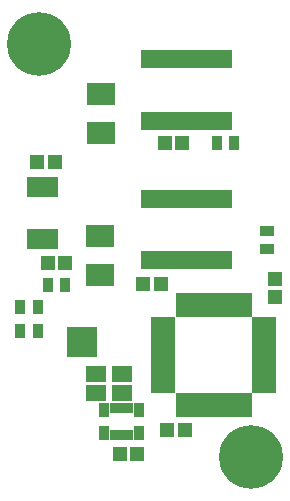
<source format=gbs>
G04 #@! TF.FileFunction,Soldermask,Bot*
%FSLAX46Y46*%
G04 Gerber Fmt 4.6, Leading zero omitted, Abs format (unit mm)*
G04 Created by KiCad (PCBNEW 4.0.2-stable) date 12/11/2016 19:10:46*
%MOMM*%
G01*
G04 APERTURE LIST*
%ADD10C,0.100000*%
%ADD11R,0.950000X1.250000*%
%ADD12R,1.000000X0.900000*%
%ADD13R,0.800000X1.600000*%
%ADD14R,2.000000X0.950000*%
%ADD15R,0.950000X2.000000*%
%ADD16R,0.700000X1.800000*%
%ADD17R,1.300000X0.900000*%
%ADD18R,0.900000X1.300000*%
%ADD19R,2.635200X2.635200*%
%ADD20R,1.200000X1.150000*%
%ADD21R,2.432000X1.924000*%
%ADD22R,1.150000X1.200000*%
%ADD23C,5.400000*%
%ADD24R,1.800000X1.400000*%
G04 APERTURE END LIST*
D10*
D11*
X152525000Y-54975000D03*
X155475000Y-54975000D03*
X155475000Y-53025000D03*
X152525000Y-53025000D03*
D12*
X153500000Y-55150000D03*
X154500000Y-55150000D03*
X154500000Y-52850000D03*
X153500000Y-52850000D03*
D13*
X156007500Y-35100000D03*
X156642500Y-35100000D03*
X157277500Y-35100000D03*
X157912500Y-35100000D03*
X158547500Y-35100000D03*
X159182500Y-35100000D03*
X159817500Y-35100000D03*
X160452500Y-35100000D03*
X161087500Y-35100000D03*
X161722500Y-35100000D03*
X162357500Y-35100000D03*
X162992500Y-35100000D03*
X162992500Y-40300000D03*
X162357500Y-40300000D03*
X161722500Y-40300000D03*
X161087500Y-40300000D03*
X160452500Y-40300000D03*
X159817500Y-40300000D03*
X159182500Y-40300000D03*
X158547500Y-40300000D03*
X157912500Y-40300000D03*
X157277500Y-40300000D03*
X156642500Y-40300000D03*
X156007500Y-40300000D03*
X156007500Y-23300000D03*
X156642500Y-23300000D03*
X157277500Y-23300000D03*
X157912500Y-23300000D03*
X158547500Y-23300000D03*
X159182500Y-23300000D03*
X159817500Y-23300000D03*
X160452500Y-23300000D03*
X161087500Y-23300000D03*
X161722500Y-23300000D03*
X162357500Y-23300000D03*
X162992500Y-23300000D03*
X162992500Y-28500000D03*
X162357500Y-28500000D03*
X161722500Y-28500000D03*
X161087500Y-28500000D03*
X160452500Y-28500000D03*
X159817500Y-28500000D03*
X159182500Y-28500000D03*
X158547500Y-28500000D03*
X157912500Y-28500000D03*
X157277500Y-28500000D03*
X156642500Y-28500000D03*
X156007500Y-28500000D03*
D14*
X157550000Y-51150000D03*
X157550000Y-50350000D03*
X157550000Y-49550000D03*
X157550000Y-48750000D03*
X157550000Y-47950000D03*
X157550000Y-47150000D03*
X157550000Y-46350000D03*
X157550000Y-45550000D03*
D15*
X159000000Y-44100000D03*
X159800000Y-44100000D03*
X160600000Y-44100000D03*
X161400000Y-44100000D03*
X162200000Y-44100000D03*
X163000000Y-44100000D03*
X163800000Y-44100000D03*
X164600000Y-44100000D03*
D14*
X166050000Y-45550000D03*
X166050000Y-46350000D03*
X166050000Y-47150000D03*
X166050000Y-47950000D03*
X166050000Y-48750000D03*
X166050000Y-49550000D03*
X166050000Y-50350000D03*
X166050000Y-51150000D03*
D15*
X164600000Y-52600000D03*
X163800000Y-52600000D03*
X163000000Y-52600000D03*
X162200000Y-52600000D03*
X161400000Y-52600000D03*
X160600000Y-52600000D03*
X159800000Y-52600000D03*
X159000000Y-52600000D03*
D16*
X148300000Y-38500000D03*
X147800000Y-38500000D03*
X147300000Y-38500000D03*
X146800000Y-38500000D03*
X146300000Y-38500000D03*
X146300000Y-34100000D03*
X146800000Y-34100000D03*
X147300000Y-34100000D03*
X147800000Y-34100000D03*
X148300000Y-34100000D03*
D17*
X166300000Y-37850000D03*
X166300000Y-39350000D03*
D18*
X162050000Y-30400000D03*
X163550000Y-30400000D03*
X146950000Y-44300000D03*
X145450000Y-44300000D03*
X146950000Y-46300000D03*
X145450000Y-46300000D03*
X147750000Y-42400000D03*
X149250000Y-42400000D03*
D19*
X150622000Y-47244000D03*
D20*
X153850000Y-56700000D03*
X155350000Y-56700000D03*
X157350000Y-42300000D03*
X155850000Y-42300000D03*
X159150000Y-30400000D03*
X157650000Y-30400000D03*
D21*
X152300000Y-29551000D03*
X152300000Y-26249000D03*
X152200000Y-41551000D03*
X152200000Y-38249000D03*
D20*
X159350000Y-54700000D03*
X157850000Y-54700000D03*
D22*
X167000000Y-43450000D03*
X167000000Y-41950000D03*
D20*
X146850000Y-32000000D03*
X148350000Y-32000000D03*
X147750000Y-40600000D03*
X149250000Y-40600000D03*
D23*
X147000000Y-22000000D03*
X165000000Y-57000000D03*
D24*
X151808000Y-50000000D03*
X154008000Y-50000000D03*
X154008000Y-51600000D03*
X151808000Y-51600000D03*
M02*

</source>
